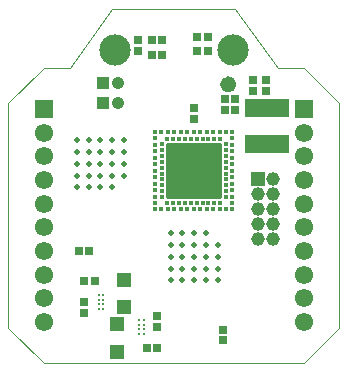
<source format=gts>
G04*
G04 #@! TF.GenerationSoftware,Altium Limited,Altium NEXUS,2.0.14 (187)*
G04*
G04 Layer_Color=8388736*
%FSLAX25Y25*%
%MOIN*%
G70*
G01*
G75*
%ADD14C,0.00000*%
%ADD35C,0.02756*%
%ADD36C,0.01201*%
%ADD37R,0.14764X0.06496*%
%ADD38R,0.01256X0.01457*%
%ADD39R,0.01457X0.01256*%
%ADD40R,0.01457X0.01457*%
G04:AMPARAMS|DCode=41|XSize=183.86mil|YSize=183.86mil|CornerRadius=3.19mil|HoleSize=0mil|Usage=FLASHONLY|Rotation=270.000|XOffset=0mil|YOffset=0mil|HoleType=Round|Shape=RoundedRectangle|*
%AMROUNDEDRECTD41*
21,1,0.18386,0.17748,0,0,270.0*
21,1,0.17748,0.18386,0,0,270.0*
1,1,0.00638,-0.08874,-0.08874*
1,1,0.00638,-0.08874,0.08874*
1,1,0.00638,0.08874,0.08874*
1,1,0.00638,0.08874,-0.08874*
%
%ADD41ROUNDEDRECTD41*%
G04:AMPARAMS|DCode=42|XSize=69.69mil|YSize=13.58mil|CornerRadius=3.33mil|HoleSize=0mil|Usage=FLASHONLY|Rotation=0.000|XOffset=0mil|YOffset=0mil|HoleType=Round|Shape=RoundedRectangle|*
%AMROUNDEDRECTD42*
21,1,0.06969,0.00693,0,0,0.0*
21,1,0.06303,0.01358,0,0,0.0*
1,1,0.00665,0.03152,-0.00347*
1,1,0.00665,-0.03152,-0.00347*
1,1,0.00665,-0.03152,0.00347*
1,1,0.00665,0.03152,0.00347*
%
%ADD42ROUNDEDRECTD42*%
G04:AMPARAMS|DCode=43|XSize=69.69mil|YSize=13.58mil|CornerRadius=3.33mil|HoleSize=0mil|Usage=FLASHONLY|Rotation=90.000|XOffset=0mil|YOffset=0mil|HoleType=Round|Shape=RoundedRectangle|*
%AMROUNDEDRECTD43*
21,1,0.06969,0.00693,0,0,90.0*
21,1,0.06303,0.01358,0,0,90.0*
1,1,0.00665,0.00347,0.03152*
1,1,0.00665,0.00347,-0.03152*
1,1,0.00665,-0.00347,-0.03152*
1,1,0.00665,-0.00347,0.03152*
%
%ADD43ROUNDEDRECTD43*%
%ADD44C,0.01968*%
%ADD45R,0.04528X0.05118*%
%ADD46R,0.03032X0.03032*%
%ADD47O,0.04429X0.00886*%
%ADD48O,0.04378X0.00984*%
%ADD49O,0.04476X0.00787*%
%ADD50O,0.04323X0.01083*%
%ADD51O,0.04260X0.01181*%
%ADD52O,0.02992X0.01968*%
%ADD53O,0.04185X0.01280*%
%ADD54O,0.04095X0.01378*%
%ADD55O,0.03988X0.01476*%
%ADD56O,0.03862X0.01575*%
%ADD57O,0.03713X0.01673*%
%ADD58O,0.03532X0.01772*%
%ADD59O,0.03406X0.01831*%
%ADD60O,0.03307X0.01870*%
%ADD61O,0.03150X0.01929*%
%ADD62O,0.02480X0.02047*%
%ADD63O,0.02795X0.02008*%
%ADD64C,0.02067*%
%ADD65R,0.03032X0.03032*%
%ADD66R,0.02756X0.02756*%
%ADD67R,0.02756X0.02756*%
%ADD68C,0.02244*%
%ADD69C,0.04528*%
%ADD70R,0.04528X0.04528*%
%ADD71R,0.04134X0.04134*%
%ADD72C,0.04134*%
%ADD73R,0.06102X0.06102*%
%ADD74C,0.06102*%
%ADD75C,0.10433*%
D14*
X34589Y106299D02*
X75500D01*
X89854Y86614D01*
X98425Y86614D01*
X110236Y74803D01*
Y0D02*
Y74803D01*
X98425Y-11811D02*
X110236Y0D01*
X11811Y-11811D02*
X98425Y-11811D01*
X0Y0D02*
X11811Y-11811D01*
X0Y0D02*
Y74803D01*
X11811Y86614D01*
X20529D01*
X34589Y106299D01*
D35*
X74705Y81102D02*
G03*
X74705Y81102I-1378J0D01*
G01*
D36*
X31653Y10905D02*
D03*
X30079D02*
D03*
Y9331D02*
D03*
X31653D02*
D03*
X30079Y7756D02*
D03*
X31653D02*
D03*
X30079Y6181D02*
D03*
X31653D02*
D03*
X43520Y-2165D02*
D03*
X45095D02*
D03*
Y-591D02*
D03*
X43520D02*
D03*
X45095Y984D02*
D03*
X43520D02*
D03*
X45095Y2559D02*
D03*
X43520D02*
D03*
D37*
X86214Y73327D02*
D03*
Y61319D02*
D03*
D38*
X62795Y41732D02*
D03*
X60827D02*
D03*
X64764D02*
D03*
X66732Y41732D02*
D03*
X68701D02*
D03*
X70669D02*
D03*
X52953D02*
D03*
X54921D02*
D03*
X56890D02*
D03*
X58858Y41732D02*
D03*
X60827Y62992D02*
D03*
X62795D02*
D03*
X58858D02*
D03*
X56890Y62992D02*
D03*
X54921D02*
D03*
X52953D02*
D03*
X70669D02*
D03*
X68701D02*
D03*
X66732D02*
D03*
X64764Y62992D02*
D03*
X63976Y65158D02*
D03*
X66142Y65158D02*
D03*
X68307Y65158D02*
D03*
X70472D02*
D03*
X72638Y65158D02*
D03*
X61811Y65158D02*
D03*
X59646D02*
D03*
X57480Y65158D02*
D03*
X55315D02*
D03*
X53150Y65158D02*
D03*
X50984D02*
D03*
X72638Y39567D02*
D03*
X70472D02*
D03*
X68307D02*
D03*
X66142Y39567D02*
D03*
X63976Y39567D02*
D03*
X61811D02*
D03*
X50984D02*
D03*
X53150D02*
D03*
X55315D02*
D03*
X57480Y39567D02*
D03*
X59646Y39567D02*
D03*
D39*
X51181Y51378D02*
D03*
Y53347D02*
D03*
Y49409D02*
D03*
X51181Y47441D02*
D03*
Y45472D02*
D03*
Y43504D02*
D03*
Y61221D02*
D03*
Y59252D02*
D03*
Y57284D02*
D03*
X51181Y55315D02*
D03*
X72441Y49409D02*
D03*
X72441Y47441D02*
D03*
Y45472D02*
D03*
Y43504D02*
D03*
Y61221D02*
D03*
Y59252D02*
D03*
Y57284D02*
D03*
X72441Y55315D02*
D03*
Y51378D02*
D03*
Y53347D02*
D03*
X49016Y54527D02*
D03*
Y56693D02*
D03*
Y58858D02*
D03*
Y61024D02*
D03*
Y63189D02*
D03*
Y52362D02*
D03*
Y50197D02*
D03*
Y48031D02*
D03*
Y45866D02*
D03*
Y43701D02*
D03*
Y41535D02*
D03*
X74606Y50197D02*
D03*
X74606Y48031D02*
D03*
X74606Y45866D02*
D03*
X74606Y43701D02*
D03*
Y41535D02*
D03*
Y52362D02*
D03*
X74606Y54527D02*
D03*
X74606Y56693D02*
D03*
Y58858D02*
D03*
Y61024D02*
D03*
X74606Y63189D02*
D03*
D40*
X74606Y65158D02*
D03*
X49016D02*
D03*
Y39567D02*
D03*
X74606D02*
D03*
D41*
X61811Y52362D02*
D03*
D42*
X57874Y60187D02*
D03*
X65748D02*
D03*
X57874Y44539D02*
D03*
X65748D02*
D03*
D43*
X53988Y56299D02*
D03*
Y48425D02*
D03*
X69634Y56299D02*
D03*
Y48425D02*
D03*
D44*
X54134Y15748D02*
D03*
Y19685D02*
D03*
Y23622D02*
D03*
Y27559D02*
D03*
Y31496D02*
D03*
X58071Y15748D02*
D03*
Y19685D02*
D03*
Y23622D02*
D03*
Y27559D02*
D03*
Y31496D02*
D03*
X62008Y15748D02*
D03*
Y19685D02*
D03*
Y23622D02*
D03*
Y27559D02*
D03*
Y31496D02*
D03*
X65945Y15748D02*
D03*
Y19685D02*
D03*
Y23622D02*
D03*
Y27559D02*
D03*
Y31496D02*
D03*
X69882Y15748D02*
D03*
Y19685D02*
D03*
Y23622D02*
D03*
Y27559D02*
D03*
X22835Y62500D02*
D03*
X26772D02*
D03*
X30709D02*
D03*
X34646D02*
D03*
X38583D02*
D03*
X22835Y58563D02*
D03*
X26772D02*
D03*
X30709D02*
D03*
X34646D02*
D03*
X38583D02*
D03*
X22835Y54626D02*
D03*
X26772D02*
D03*
X30709D02*
D03*
X34646D02*
D03*
X38583D02*
D03*
X22835Y50689D02*
D03*
X26772D02*
D03*
X30709D02*
D03*
X34646D02*
D03*
X38583D02*
D03*
X22835Y46752D02*
D03*
X26772D02*
D03*
X30709D02*
D03*
X34646D02*
D03*
D45*
X38583Y16043D02*
D03*
Y6791D02*
D03*
X36341Y-7972D02*
D03*
Y1280D02*
D03*
D46*
X72146Y72638D02*
D03*
Y76181D02*
D03*
X75591D02*
D03*
Y72638D02*
D03*
X25157Y8543D02*
D03*
Y5000D02*
D03*
X49721Y197D02*
D03*
Y3740D02*
D03*
X43110Y95768D02*
D03*
Y92224D02*
D03*
X61811Y73228D02*
D03*
Y69685D02*
D03*
X81496Y78937D02*
D03*
Y82480D02*
D03*
X85827D02*
D03*
Y78937D02*
D03*
D47*
X73327Y80364D02*
D03*
Y81840D02*
D03*
D48*
Y80315D02*
D03*
Y81890D02*
D03*
D49*
Y80413D02*
D03*
Y81791D02*
D03*
D50*
Y80266D02*
D03*
Y81939D02*
D03*
D51*
Y80216D02*
D03*
Y81988D02*
D03*
D52*
Y79823D02*
D03*
Y82382D02*
D03*
D53*
Y80167D02*
D03*
Y82037D02*
D03*
D54*
Y80118D02*
D03*
Y82087D02*
D03*
D55*
Y80069D02*
D03*
Y82136D02*
D03*
D56*
Y80020D02*
D03*
Y82185D02*
D03*
D57*
Y79971D02*
D03*
Y82234D02*
D03*
D58*
Y79921D02*
D03*
Y82284D02*
D03*
D59*
Y79892D02*
D03*
Y82313D02*
D03*
D60*
Y79872D02*
D03*
Y82333D02*
D03*
D61*
Y79843D02*
D03*
Y82362D02*
D03*
D62*
Y79783D02*
D03*
Y82421D02*
D03*
D63*
Y79803D02*
D03*
Y82402D02*
D03*
D64*
Y79774D02*
D03*
Y82431D02*
D03*
D65*
X28898Y15433D02*
D03*
X25354D02*
D03*
X46177Y-6890D02*
D03*
X49721D02*
D03*
X51378Y95768D02*
D03*
X47835D02*
D03*
Y91043D02*
D03*
X51378D02*
D03*
X66437Y92126D02*
D03*
X62894D02*
D03*
Y96850D02*
D03*
X66437D02*
D03*
D66*
X71457Y-4232D02*
D03*
Y-689D02*
D03*
D67*
X23504Y25630D02*
D03*
X27047D02*
D03*
D68*
X61811Y60185D02*
D03*
Y56299D02*
D03*
Y44539D02*
D03*
Y48425D02*
D03*
X69634Y52362D02*
D03*
X65748D02*
D03*
X61811D02*
D03*
X57874D02*
D03*
X53988D02*
D03*
D69*
X88189Y49468D02*
D03*
X83189Y44469D02*
D03*
Y39469D02*
D03*
X88189Y44469D02*
D03*
Y39469D02*
D03*
Y34468D02*
D03*
X83189D02*
D03*
Y29469D02*
D03*
X88189D02*
D03*
D70*
X83189Y49468D02*
D03*
D71*
X31496Y74803D02*
D03*
Y81693D02*
D03*
D72*
X36496Y74803D02*
D03*
Y81693D02*
D03*
D73*
X98425Y72835D02*
D03*
X11811D02*
D03*
D74*
X98425Y64961D02*
D03*
Y57087D02*
D03*
Y49213D02*
D03*
Y41339D02*
D03*
Y33465D02*
D03*
Y25591D02*
D03*
Y17717D02*
D03*
Y9843D02*
D03*
Y1969D02*
D03*
X11811Y64961D02*
D03*
Y57087D02*
D03*
Y49213D02*
D03*
Y41339D02*
D03*
Y33465D02*
D03*
Y25591D02*
D03*
Y17717D02*
D03*
Y9843D02*
D03*
Y1969D02*
D03*
D75*
X74803Y92520D02*
D03*
X35433D02*
D03*
M02*

</source>
